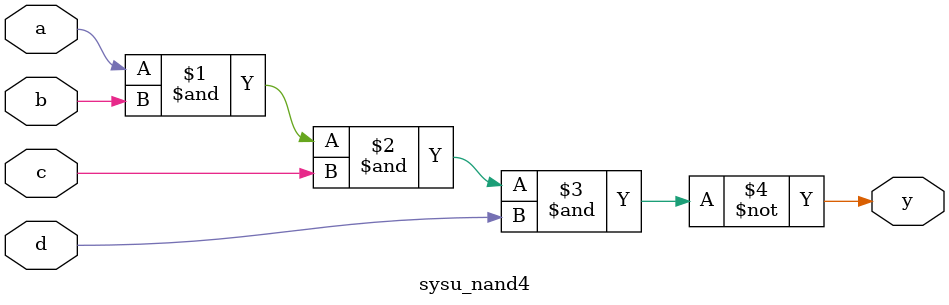
<source format=v>
`timescale 1ns / 1ps


module sysu_nand4 #(parameter DELAY = 3)(
    input a,
    input b,
    input c,
    input d,
    output y
    );
    
    nand #DELAY (y,a,b,c,d);
    
endmodule

</source>
